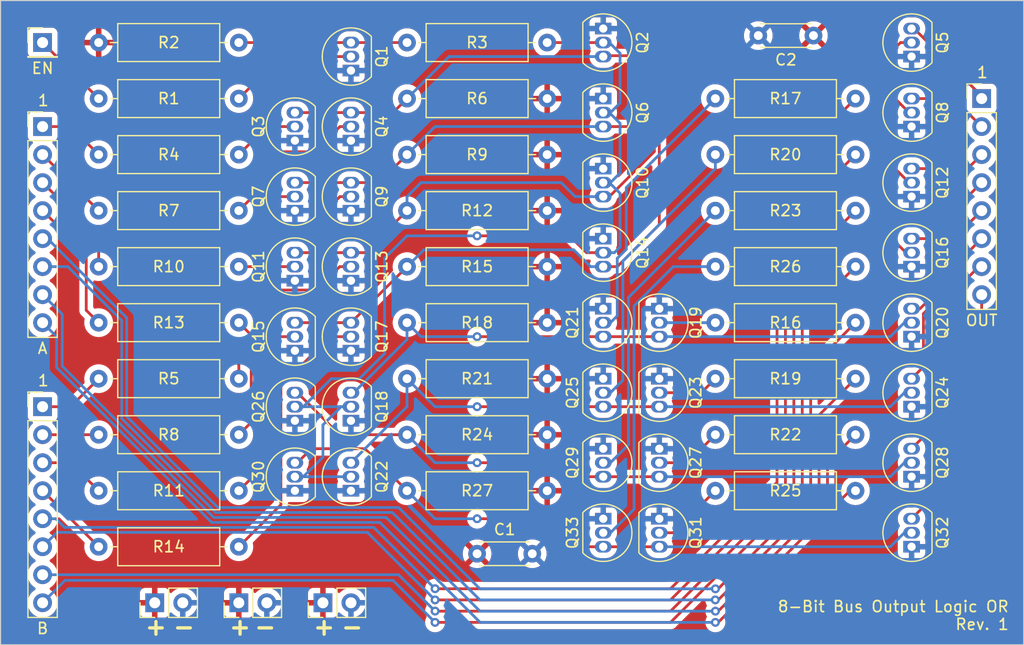
<source format=kicad_pcb>
(kicad_pcb (version 20221018) (generator pcbnew)
  (layers (0 "F.Cu" signal) (31 "B.Cu" signal) (34 "B.Paste" user) (35 "F.Paste" user) (36 "B.SilkS" user "B.Silkscreen") (37 "F.SilkS" user "F.Silkscreen") (38 "B.Mask" user) (39 "F.Mask" user) (44 "Edge.Cuts" user))
  (net 0 "")
  (net 1 "VCC")
  (net 2 "GND")
  (net 3 "Net-(J1-Pin_1)")
  (net 4 "/A1")
  (net 5 "/A2")
  (net 6 "/A3")
  (net 7 "/A4")
  (net 8 "/A5")
  (net 9 "/A6")
  (net 10 "/A7")
  (net 11 "/A8")
  (net 12 "/B1")
  (net 13 "/B2")
  (net 14 "/B3")
  (net 15 "/B4")
  (net 16 "/B5")
  (net 17 "/B6")
  (net 18 "/B7")
  (net 19 "/B8")
  (net 20 "/O1")
  (net 21 "/O2")
  (net 22 "/O3")
  (net 23 "/O4")
  (net 24 "/O5")
  (net 25 "/O6")
  (net 26 "/O7")
  (net 27 "/O8")
  (net 28 "Net-(Q1-B)")
  (net 29 "Net-(Q1-C)")
  (net 30 "/EN_INT")
  (net 31 "Net-(Q2-C)")
  (net 32 "Net-(Q3-B)")
  (net 33 "Net-(Q4-B)")
  (net 34 "Net-(Q6-C)")
  (net 35 "Net-(Q7-B)")
  (net 36 "Net-(Q9-B)")
  (net 37 "Net-(Q10-C)")
  (net 38 "Net-(Q11-B)")
  (net 39 "Net-(Q13-B)")
  (net 40 "Net-(Q14-C)")
  (net 41 "Net-(Q15-B)")
  (net 42 "Net-(Q17-B)")
  (net 43 "Net-(Q18-C)")
  (net 44 "Net-(Q19-B)")
  (net 45 "Net-(Q21-B)")
  (net 46 "Net-(Q22-C)")
  (net 47 "Net-(Q23-B)")
  (net 48 "Net-(Q25-B)")
  (net 49 "Net-(Q26-C)")
  (net 50 "Net-(Q27-B)")
  (net 51 "Net-(Q29-B)")
  (net 52 "Net-(Q30-C)")
  (net 53 "Net-(Q31-B)")
  (net 54 "Net-(Q33-B)")
  (footprint "Package_TO_SOT_THT:TO-92_Inline" (layer "F.Cu") (at 139.7 87.63 90)
    (fp_text reference "Q17")
    (fp_text value "2N2222" hide)
  )
  (footprint "Resistor_THT:R_Axial_DIN0309_L9.0mm_D3.2mm_P12.70mm_Horizontal" (layer "F.Cu") (at 144.78 80.01)
    (fp_text reference "R15")
    (fp_text value "1K")
  )
  (footprint "Resistor_THT:R_Axial_DIN0309_L9.0mm_D3.2mm_P12.70mm_Horizontal" (layer "F.Cu") (at 144.78 100.33)
    (fp_text reference "R27")
    (fp_text value "1K")
  )
  (footprint "Package_TO_SOT_THT:TO-92_Inline" (layer "F.Cu") (at 162.56 102.87 -90)
    (fp_text reference "Q33")
    (fp_text value "2N2222" hide)
  )
  (footprint "Resistor_THT:R_Axial_DIN0309_L9.0mm_D3.2mm_P12.70mm_Horizontal" (layer "F.Cu") (at 144.78 95.25)
    (fp_text reference "R24")
    (fp_text value "1K")
  )
  (footprint "Package_TO_SOT_THT:TO-92_Inline" (layer "F.Cu") (at 162.56 90.17 -90)
    (fp_text reference "Q25")
    (fp_text value "2N2222" hide)
  )
  (footprint "Package_TO_SOT_THT:TO-92_Inline" (layer "F.Cu") (at 139.7 74.93 90)
    (fp_text reference "Q9")
    (fp_text value "2N2222" hide)
  )
  (footprint "Package_TO_SOT_THT:TO-92_Inline" (layer "F.Cu") (at 134.62 81.28 90)
    (fp_text reference "Q11")
    (fp_text value "2N2222" hide)
  )
  (footprint "Package_TO_SOT_THT:TO-92_Inline" (layer "F.Cu") (at 190.5 67.31 90)
    (fp_text reference "Q8")
    (fp_text value "2N2222" hide)
  )
  (footprint "Resistor_THT:R_Axial_DIN0309_L9.0mm_D3.2mm_P12.70mm_Horizontal" (layer "F.Cu") (at 172.72 85.09)
    (fp_text reference "R16")
    (fp_text value "10K")
  )
  (footprint "Package_TO_SOT_THT:TO-92_Inline" (layer "F.Cu") (at 139.7 81.28 90)
    (fp_text reference "Q13")
    (fp_text value "2N2222" hide)
  )
  (footprint "Package_TO_SOT_THT:TO-92_Inline" (layer "F.Cu") (at 190.5 60.96 90)
    (fp_text reference "Q5")
    (fp_text value "2N2222" hide)
  )
  (footprint "Package_TO_SOT_THT:TO-92_Inline" (layer "F.Cu") (at 134.62 87.63 90)
    (fp_text reference "Q15")
    (fp_text value "2N2222" hide)
  )
  (footprint "Resistor_THT:R_Axial_DIN0309_L9.0mm_D3.2mm_P12.70mm_Horizontal" (layer "F.Cu") (at 144.78 69.85)
    (fp_text reference "R9")
    (fp_text value "1K")
  )
  (footprint "Resistor_THT:R_Axial_DIN0309_L9.0mm_D3.2mm_P12.70mm_Horizontal" (layer "F.Cu") (at 144.78 85.09)
    (fp_text reference "R18")
    (fp_text value "1K")
  )
  (footprint "Connector_PinHeader_2.54mm:PinHeader_1x01_P2.54mm_Vertical" (layer "F.Cu") (at 111.76 59.69)
    (fp_text reference "J1" hide)
    (fp_text value "EN")
  )
  (footprint "Connector_PinHeader_2.54mm:PinHeader_1x08_P2.54mm_Vertical" (layer "F.Cu") (at 111.76 92.71)
    (fp_text reference "J3" hide)
    (fp_text value "B")
  )
  (footprint "Package_TO_SOT_THT:TO-92_Inline" (layer "F.Cu") (at 190.5 92.71 90)
    (fp_text reference "Q24")
    (fp_text value "2N2222" hide)
  )
  (footprint "Resistor_THT:R_Axial_DIN0309_L9.0mm_D3.2mm_P12.70mm_Horizontal" (layer "F.Cu") (at 129.54 95.25 180)
    (fp_text reference "R8")
    (fp_text value "10K")
  )
  (footprint "Connector_PinHeader_2.54mm:PinHeader_1x08_P2.54mm_Vertical" (layer "F.Cu") (at 111.76 67.31)
    (fp_text reference "J2" hide)
    (fp_text value "A")
  )
  (footprint "Package_TO_SOT_THT:TO-92_Inline" (layer "F.Cu") (at 134.62 100.33 90)
    (fp_text reference "Q30")
    (fp_text value "2N2222" hide)
  )
  (footprint "Resistor_THT:R_Axial_DIN0309_L9.0mm_D3.2mm_P12.70mm_Horizontal" (layer "F.Cu") (at 129.54 64.77 180)
    (fp_text reference "R1")
    (fp_text value "10K")
  )
  (footprint "Package_TO_SOT_THT:TO-92_Inline" (layer "F.Cu") (at 190.5 99.06 90)
    (fp_text reference "Q28")
    (fp_text value "2N2222" hide)
  )
  (footprint "Resistor_THT:R_Axial_DIN0309_L9.0mm_D3.2mm_P12.70mm_Horizontal" (layer "F.Cu") (at 144.78 74.93)
    (fp_text reference "R12")
    (fp_text value "1K")
  )
  (footprint "Capacitor_THT:C_Disc_D4.3mm_W1.9mm_P5.00mm" (layer "F.Cu") (at 151.13 106.045)
    (fp_text reference "C1")
    (fp_text value "0.1uF")
  )
  (footprint "Resistor_THT:R_Axial_DIN0309_L9.0mm_D3.2mm_P12.70mm_Horizontal" (layer "F.Cu") (at 129.54 69.85 180)
    (fp_text reference "R4")
    (fp_text value "10K")
  )
  (footprint "Capacitor_THT:C_Disc_D4.3mm_W1.9mm_P5.00mm" (layer "F.Cu") (at 181.61 59.055 180)
    (fp_text reference "C2")
    (fp_text value "0.1uF")
  )
  (footprint "Resistor_THT:R_Axial_DIN0309_L9.0mm_D3.2mm_P12.70mm_Horizontal" (layer "F.Cu") (at 172.72 95.25)
    (fp_text reference "R22")
    (fp_text value "10K")
  )
  (footprint "Package_TO_SOT_THT:TO-92_Inline" (layer "F.Cu") (at 162.56 77.47 -90)
    (fp_text reference "Q14")
    (fp_text value "2N2222" hide)
  )
  (footprint "Package_TO_SOT_THT:TO-92_Inline" (layer "F.Cu") (at 162.56 71.12 -90)
    (fp_text reference "Q10")
    (fp_text value "2N2222" hide)
  )
  (footprint "Resistor_THT:R_Axial_DIN0309_L9.0mm_D3.2mm_P12.70mm_Horizontal" (layer "F.Cu") (at 129.54 59.69 180)
    (fp_text reference "R2")
    (fp_text value "1K")
  )
  (footprint "Package_TO_SOT_THT:TO-92_Inline" (layer "F.Cu") (at 167.64 102.87 -90)
    (fp_text reference "Q31")
    (fp_text value "2N2222" hide)
  )
  (footprint "Resistor_THT:R_Axial_DIN0309_L9.0mm_D3.2mm_P12.70mm_Horizontal" (layer "F.Cu") (at 172.72 74.93)
    (fp_text reference "R23")
    (fp_text value "10K")
  )
  (footprint "Package_TO_SOT_THT:TO-92_Inline" (layer "F.Cu") (at 190.5 80.01 90)
    (fp_text reference "Q16")
    (fp_text value "2N2222" hide)
  )
  (footprint "Package_TO_SOT_THT:TO-92_Inline" (layer "F.Cu") (at 139.7 93.98 90)
    (fp_text reference "Q18")
    (fp_text value "2N2222" hide)
  )
  (footprint "Package_TO_SOT_THT:TO-92_Inline" (layer "F.Cu") (at 162.56 58.42 -90)
    (fp_text reference "Q2")
    (fp_text value "2N2222" hide)
  )
  (footprint "Resistor_THT:R_Axial_DIN0309_L9.0mm_D3.2mm_P12.70mm_Horizontal" (layer "F.Cu") (at 129.54 105.41 180)
    (fp_text reference "R14")
    (fp_text value "10K")
  )
  (footprint "Resistor_THT:R_Axial_DIN0309_L9.0mm_D3.2mm_P12.70mm_Horizontal" (layer "F.Cu") (at 172.72 100.33)
    (fp_text reference "R25")
    (fp_text value "10K")
  )
  (footprint "Resistor_THT:R_Axial_DIN0309_L9.0mm_D3.2mm_P12.70mm_Horizontal" (layer "F.Cu") (at 129.54 100.33 180)
    (fp_text reference "R11")
    (fp_text value "10K")
  )
  (footprint "Resistor_THT:R_Axial_DIN0309_L9.0mm_D3.2mm_P12.70mm_Horizontal" (layer "F.Cu") (at 157.48 59.69 180)
    (fp_text reference "R3")
    (fp_text value "100")
  )
  (footprint "Package_TO_SOT_THT:TO-92_Inline" (layer "F.Cu") (at 162.56 96.52 -90)
    (fp_text reference "Q29")
    (fp_text value "2N2222" hide)
  )
  (footprint "Package_TO_SOT_THT:TO-92_Inline" (layer "F.Cu") (at 190.5 73.66 90)
    (fp_text reference "Q12")
    (fp_text value "2N2222" hide)
  )
  (footprint "Package_TO_SOT_THT:TO-92_Inline" (layer "F.Cu") (at 139.7 62.23 90)
    (fp_text reference "Q1")
    (fp_text value "2N2222" hide)
  )
  (footprint "Package_TO_SOT_THT:TO-92_Inline" (layer "F.Cu") (at 162.56 64.77 -90)
    (fp_text reference "Q6")
    (fp_text value "2N2222" hide)
  )
  (footprint "Package_TO_SOT_THT:TO-92_Inline" (layer "F.Cu") (at 167.64 83.82 -90)
    (fp_text reference "Q19")
    (fp_text value "2N2222" hide)
  )
  (footprint "Package_TO_SOT_THT:TO-92_Inline" (layer "F.Cu") (at 139.7 100.33 90)
    (fp_text reference "Q22")
    (fp_text value "2N2222" hide)
  )
  (footprint "Package_TO_SOT_THT:TO-92_Inline" (layer "F.Cu") (at 134.62 74.93 90)
    (fp_text reference "Q7")
    (fp_text value "2N2222" hide)
  )
  (footprint "Package_TO_SOT_THT:TO-92_Inline" (layer "F.Cu") (at 190.5 105.41 90)
    (fp_text reference "Q32")
    (fp_text value "2N2222" hide)
  )
  (footprint "Resistor_THT:R_Axial_DIN0309_L9.0mm_D3.2mm_P12.70mm_Horizontal" (layer "F.Cu") (at 129.54 90.17 180)
    (fp_text reference "R5")
    (fp_text value "10K")
  )
  (footprint "Package_TO_SOT_THT:TO-92_Inline" (layer "F.Cu") (at 139.7 68.58 90)
    (fp_text reference "Q4")
    (fp_text value "2N2222" hide)
  )
  (footprint "Package_TO_SOT_THT:TO-92_Inline" (layer "F.Cu") (at 162.56 83.82 -90)
    (fp_text reference "Q21")
    (fp_text value "2N2222" hide)
  )
  (footprint "Connector_PinHeader_2.54mm:PinHeader_1x02_P2.54mm_Vertical" (layer "F.Cu") (at 137.16 110.49 90)
    (fp_text reference "J7" hide)
    (fp_text value "POWER" hide)
  )
  (footprint "Package_TO_SOT_THT:TO-92_Inline" (layer "F.Cu") (at 167.64 90.17 -90)
    (fp_text reference "Q23")
    (fp_text value "2N2222" hide)
  )
  (footprint "Package_TO_SOT_THT:TO-92_Inline" (layer "F.Cu") (at 190.5 86.36 90)
    (fp_text reference "Q20")
    (fp_text value "2N2222" hide)
  )
  (footprint "Connector_PinHeader_2.54mm:PinHeader_1x02_P2.54mm_Vertical" (layer "F.Cu") (at 121.92 110.49 90)
    (fp_text reference "J5" hide)
    (fp_text value "POWER" hide)
  )
  (footprint "Connector_PinHeader_2.54mm:PinHeader_1x08_P2.54mm_Vertical" (layer "F.Cu") (at 196.85 64.77)
    (fp_text reference "J4" hide)
    (fp_text value "OUT")
  )
  (footprint "Resistor_THT:R_Axial_DIN0309_L9.0mm_D3.2mm_P12.70mm_Horizontal" (layer "F.Cu") (at 129.54 85.09 180)
    (fp_text reference "R13")
    (fp_text value "10K")
  )
  (footprint "Resistor_THT:R_Axial_DIN0309_L9.0mm_D3.2mm_P12.70mm_Horizontal" (layer "F.Cu") (at 172.72 69.85)
    (fp_text reference "R20")
    (fp_text value "10K")
  )
  (footprint "Resistor_THT:R_Axial_DIN0309_L9.0mm_D3.2mm_P12.70mm_Horizontal" (layer "F.Cu") (at 144.78 90.17)
    (fp_text reference "R21")
    (fp_text value "1K")
  )
  (footprint "Resistor_THT:R_Axial_DIN0309_L9.0mm_D3.2mm_P12.70mm_Horizontal" (layer "F.Cu") (at 172.72 80.01)
    (fp_text reference "R26")
    (fp_text value "10K")
  )
  (footprint "Package_TO_SOT_THT:TO-92_Inline" (layer "F.Cu") (at 167.64 96.52 -90)
    (fp_text reference "Q27")
    (fp_text value "2N2222" hide)
  )
  (footprint "Resistor_THT:R_Axial_DIN0309_L9.0mm_D3.2mm_P12.70mm_Horizontal" (layer "F.Cu") (at 129.54 74.93 180)
    (fp_text reference "R7")
    (fp_text value "10K")
  )
  (footprint "Package_TO_SOT_THT:TO-92_Inline" (layer "F.Cu") (at 134.62 68.58 90)
    (fp_text reference "Q3")
    (fp_text value "2N2222" hide)
  )
  (footprint "Resistor_THT:R_Axial_DIN0309_L9.0mm_D3.2mm_P12.70mm_Horizontal" (layer "F.Cu") (at 172.72 64.77)
    (fp_text reference "R17")
    (fp_text value "10K")
  )
  (footprint "Resistor_THT:R_Axial_DIN0309_L9.0mm_D3.2mm_P12.70mm_Horizontal" (layer "F.Cu") (at 129.54 80.01 180)
    (fp_text reference "R10")
    (fp_text value "10K")
  )
  (footprint "Resistor_THT:R_Axial_DIN0309_L9.0mm_D3.2mm_P12.70mm_Horizontal" (layer "F.Cu") (at 144.78 64.77)
    (fp_text reference "R6")
    (fp_text value "1K")
  )
  (footprint "Package_TO_SOT_THT:TO-92_Inline" (layer "F.Cu") (at 134.62 93.98 90)
    (fp_text reference "Q26")
    (fp_text value "2N2222" hide)
  )
  (footprint "Connector_PinHeader_2.54mm:PinHeader_1x02_P2.54mm_Vertical" (layer "F.Cu") (at 129.54 110.49 90)
    (fp_text reference "J6" hide)
    (fp_text value "POWER" hide)
  )
  (footprint "Resistor_THT:R_Axial_DIN0309_L9.0mm_D3.2mm_P12.70mm_Horizontal" (layer "F.Cu") (at 172.72 90.17)
    (fp_text reference "R19")
    (fp_text value "10K")
  )
  (gr_line (start 107.95 55.88) (end 200.66 55.88) (stroke (width 0.1)) (layer "Edge.Cuts"))
  (gr_line (start 200.66 114.3) (end 200.66 55.88) (stroke (width 0.1)) (layer "Edge.Cuts"))
  (gr_line (start 107.95 114.3) (end 200.66 114.3) (stroke (width 0.1)) (layer "Edge.Cuts"))
  (gr_line (start 107.95 55.88) (end 107.95 114.3) (stroke (width 0.1)) (layer "Edge.Cuts"))
  (gr_text "1" (at 196.342 62.992) (layer "F.SilkS") (effects (font (size 1 1)) (justify left bottom)))
  (gr_text "1" (at 111.252 90.932) (layer "F.SilkS") (effects (font (size 1 1)) (justify left bottom)))
  (gr_text "+" (at 128.524 113.538) (layer "F.SilkS") (effects (font (size 1.5 1.5) (thickness 0.3) bold) (justify left bottom)))
  (gr_text "+" (at 136.144 113.538) (layer "F.SilkS") (effects (font (size 1.5 1.5) (thickness 0.3) bold) (justify left bottom)))
  (gr_text "+" (at 120.904 113.538) (layer "F.SilkS") (effects (font (size 1.5 1.5) (thickness 0.3) bold) (justify left bottom)))
  (gr_text "1" (at 111.252 65.532) (layer "F.SilkS") (effects (font (size 1 1)) (justify left bottom)))
  (gr_text "-" (at 130.81 113.538) (layer "F.SilkS") (effects (font (size 1.5 1.5) (thickness 0.3) bold) (justify left bottom)))
  (gr_text "-" (at 123.444 113.538) (layer "F.SilkS") (effects (font (size 1.5 1.5) (thickness 0.3) bold) (justify left bottom)))
  (gr_text "-" (at 138.684 113.538) (layer "F.SilkS") (effects (font (size 1.5 1.5) (thickness 0.3) bold) (justify left bottom)))
  (gr_text "8-Bit Bus Output Logic OR\nRev. 1" (at 199.39 113.03) (layer "F.SilkS") (effects (font (size 1 1)) (justify right bottom)))
  (segment (start 111.76 59.69) (end 116.84 64.77) (width 0.25) (layer "F.Cu") (net 3))
  (segment (start 114.3 67.31) (end 116.84 69.85) (width 0.25) (layer "F.Cu") (net 4))
  (segment (start 111.76 67.31) (end 114.3 67.31) (width 0.25) (layer "F.Cu") (net 4))
  (segment (start 111.76 69.85) (end 116.84 74.93) (width 0.25) (layer "F.Cu") (net 5))
  (segment (start 116.84 77.47) (end 116.84 80.01) (width 0.25) (layer "F.Cu") (net 6))
  (segment (start 111.76 72.39) (end 116.84 77.47) (width 0.25) (layer "F.Cu") (net 6))
  (segment (start 115.715 83.965) (end 116.84 85.09) (width 0.25) (layer "F.Cu") (net 7))
  (segment (start 111.76 74.93) (end 115.715 78.885) (width 0.25) (layer "F.Cu") (net 7))
  (segment (start 115.715 78.885) (end 115.715 83.965) (width 0.25) (layer "F.Cu") (net 7))
  (segment (start 185.42 85.09) (end 181.356 89.154) (width 0.25) (layer "F.Cu") (net 8))
  (segment (start 172.969348 109.224652) (end 172.724654 109.224652) (width 0.25) (layer "F.Cu") (net 8))
  (segment (start 181.356 89.154) (end 181.356 100.838) (width 0.25) (layer "F.Cu") (net 8))
  (segment (start 181.356 100.838) (end 172.969348 109.224652) (width 0.25) (layer "F.Cu") (net 8))
  (via (at 172.724654 109.224652) (size 0.8) (drill 0.4) (layers "F.Cu" "B.Cu") (net 8))
  (segment (start 144.018 101.854) (end 151.388652 109.224652) (width 0.25) (layer "B.Cu") (net 8))
  (segment (start 127.639188 101.854) (end 144.018 101.854) (width 0.25) (layer "B.Cu") (net 8))
  (segment (start 112.205198 77.47) (end 119.38 84.644802) (width 0.25) (layer "B.Cu") (net 8))
  (segment (start 119.38 93.594812) (end 127.639188 101.854) (width 0.25) (layer "B.Cu") (net 8))
  (segment (start 111.76 77.47) (end 112.205198 77.47) (width 0.25) (layer "B.Cu") (net 8))
  (segment (start 151.388652 109.224652) (end 172.724654 109.224652) (width 0.25) (layer "B.Cu") (net 8))
  (segment (start 119.38 84.644802) (end 119.38 93.594812) (width 0.25) (layer "B.Cu") (net 8))
  (segment (start 182.118 101.092) (end 172.978652 110.231348) (width 0.25) (layer "F.Cu") (net 9))
  (segment (start 172.978652 110.231348) (end 172.715346 110.231348) (width 0.25) (layer "F.Cu") (net 9))
  (segment (start 185.42 90.17) (end 182.118 93.472) (width 0.25) (layer "F.Cu") (net 9))
  (segment (start 182.118 93.472) (end 182.118 101.092) (width 0.25) (layer "F.Cu") (net 9))
  (via (at 172.715346 110.231348) (size 0.8) (drill 0.4) (layers "F.Cu" "B.Cu") (net 9))
  (segment (start 114.046 80.01) (end 118.93 84.894) (width 0.25) (layer "B.Cu") (net 9))
  (segment (start 118.93 84.894) (end 118.93 93.781208) (width 0.25) (layer "B.Cu") (net 9))
  (segment (start 118.93 93.781208) (end 127.452792 102.304) (width 0.25) (layer "B.Cu") (net 9))
  (segment (start 127.452792 102.304) (end 143.452 102.304) (width 0.25) (layer "B.Cu") (net 9))
  (segment (start 151.379348 110.231348) (end 172.715346 110.231348) (width 0.25) (layer "B.Cu") (net 9))
  (segment (start 111.76 80.01) (end 114.046 80.01) (width 0.25) (layer "B.Cu") (net 9))
  (segment (start 143.452 102.304) (end 151.379348 110.231348) (width 0.25) (layer "B.Cu") (net 9))
  (segment (start 182.88 101.346) (end 172.974 111.252) (width 0.25) (layer "F.Cu") (net 10))
  (segment (start 185.42 95.25) (end 182.88 97.79) (width 0.25) (layer "F.Cu") (net 10))
  (segment (start 172.974 111.252) (end 172.724659 111.252) (width 0.25) (layer "F.Cu") (net 10))
  (segment (start 182.88 97.79) (end 182.88 101.346) (width 0.25) (layer "F.Cu") (net 10))
  (via (at 172.724659 111.252) (size 0.8) (drill 0.4) (layers "F.Cu" "B.Cu") (net 10))
  (segment (start 151.384 111.252) (end 172.724659 111.252) (width 0.25) (layer "B.Cu") (net 10))
  (segment (start 111.76 82.55) (end 113.538 84.328) (width 0.25) (layer "B.Cu") (net 10))
  (segment (start 127.266396 102.754) (end 142.886 102.754) (width 0.25) (layer "B.Cu") (net 10))
  (segment (start 113.538 89.025604) (end 127.266396 102.754) (width 0.25) (layer "B.Cu") (net 10))
  (segment (start 142.886 102.754) (end 151.384 111.252) (width 0.25) (layer "B.Cu") (net 10))
  (segment (start 113.538 84.328) (end 113.538 89.025604) (width 0.25) (layer "B.Cu") (net 10))
  (segment (start 185.42 100.33) (end 184.912 100.33) (width 0.25) (layer "F.Cu") (net 11))
  (segment (start 172.974 112.268) (end 172.72 112.268) (width 0.25) (layer "F.Cu") (net 11))
  (segment (start 184.912 100.33) (end 172.974 112.268) (width 0.25) (layer "F.Cu") (net 11))
  (via (at 172.72 112.268) (size 0.8) (drill 0.4) (layers "F.Cu" "B.Cu") (net 11))
  (segment (start 142.328821 103.204) (end 147.615168 108.490347) (width 0.25) (layer "B.Cu") (net 11))
  (segment (start 127.08 103.204) (end 142.328821 103.204) (width 0.25) (layer "B.Cu") (net 11))
  (segment (start 147.624958 108.490347) (end 151.402611 112.268) (width 0.25) (layer "B.Cu") (net 11))
  (segment (start 151.402611 112.268) (end 172.72 112.268) (width 0.25) (layer "B.Cu") (net 11))
  (segment (start 113.03 86.36) (end 113.03 89.154) (width 0.25) (layer "B.Cu") (net 11))
  (segment (start 113.03 89.154) (end 127.08 103.204) (width 0.25) (layer "B.Cu") (net 11))
  (segment (start 111.76 85.09) (end 113.03 86.36) (width 0.25) (layer "B.Cu") (net 11))
  (segment (start 147.615168 108.490347) (end 147.624958 108.490347) (width 0.25) (layer "B.Cu") (net 11))
  (segment (start 114.3 92.71) (end 116.84 90.17) (width 0.25) (layer "F.Cu") (net 12))
  (segment (start 111.76 92.71) (end 114.3 92.71) (width 0.25) (layer "F.Cu") (net 12))
  (segment (start 111.76 95.25) (end 116.84 95.25) (width 0.25) (layer "F.Cu") (net 13))
  (segment (start 114.3 97.79) (end 116.84 100.33) (width 0.25) (layer "F.Cu") (net 14))
  (segment (start 111.76 97.79) (end 114.3 97.79) (width 0.25) (layer "F.Cu") (net 14))
  (segment (start 111.76 100.33) (end 116.84 105.41) (width 0.25) (layer "F.Cu") (net 15))
  (segment (start 178.308 71.882) (end 178.308 99.568) (width 0.25) (layer "F.Cu") (net 16))
  (segment (start 185.42 64.77) (end 178.308 71.882) (width 0.25) (layer "F.Cu") (net 16))
  (segment (start 147.329306 109.22) (end 147.324653 109.215347) (width 0.25) (layer "F.Cu") (net 16))
  (segment (start 168.656 109.22) (end 147.329306 109.22) (width 0.25) (layer "F.Cu") (net 16))
  (segment (start 178.308 99.568) (end 168.656 109.22) (width 0.25) (layer "F.Cu") (net 16))
  (via (at 147.324653 109.215347) (size 0.8) (drill 0.4) (layers "F.Cu" "B.Cu") (net 16))
  (segment (start 147.315347 109.215347) (end 147.324653 109.215347) (width 0.25) (layer "B.Cu") (net 16))
  (segment (start 113.746081 103.654) (end 141.754 103.654) (width 0.25) (layer "B.Cu") (net 16))
  (segment (start 141.754 103.654) (end 147.315347 109.215347) (width 0.25) (layer "B.Cu") (net 16))
  (segment (start 111.76 102.87) (end 112.962081 102.87) (width 0.25) (layer "B.Cu") (net 16))
  (segment (start 112.962081 102.87) (end 113.746081 103.654) (width 0.25) (layer "B.Cu") (net 16))
  (segment (start 185.42 69.85) (end 179.07 76.2) (width 0.25) (layer "F.Cu") (net 17))
  (segment (start 179.07 76.2) (end 179.07 99.822) (width 0.25) (layer "F.Cu") (net 17))
  (segment (start 179.07 99.822) (end 168.660653 110.231347) (width 0.25) (layer "F.Cu") (net 17))
  (segment (start 168.660653 110.231347) (end 147.324653 110.231347) (width 0.25) (layer "F.Cu") (net 17))
  (via (at 147.324653 110.231347) (size 0.8) (drill 0.4) (layers "F.Cu" "B.Cu") (net 17))
  (segment (start 141.188 104.104) (end 147.315347 110.231347) (width 0.25) (layer "B.Cu") (net 17))
  (segment (start 113.066 104.104) (end 141.188 104.104) (width 0.25) (layer "B.Cu") (net 17))
  (segment (start 147.315347 110.231347) (end 147.324653 110.231347) (width 0.25) (layer "B.Cu") (net 17))
  (segment (start 111.76 105.41) (end 113.066 104.104) (width 0.25) (layer "B.Cu") (net 17))
  (segment (start 179.832 80.518) (end 179.832 100.076) (width 0.25) (layer "F.Cu") (net 18))
  (segment (start 168.656 111.252) (end 147.329306 111.252) (width 0.25) (layer "F.Cu") (net 18))
  (segment (start 185.42 74.93) (end 179.832 80.518) (width 0.25) (layer "F.Cu") (net 18))
  (segment (start 147.329306 111.252) (end 147.324653 111.247347) (width 0.25) (layer "F.Cu") (net 18))
  (segment (start 179.832 100.076) (end 168.656 111.252) (width 0.25) (layer "F.Cu") (net 18))
  (via (at 147.324653 111.247347) (size 0.8) (drill 0.4) (layers "F.Cu" "B.Cu") (net 18))
  (segment (start 144.018 107.95) (end 147.315347 111.247347) (width 0.25) (layer "B.Cu") (net 18))
  (segment (start 111.76 107.95) (end 144.018 107.95) (width 0.25) (layer "B.Cu") (net 18))
  (segment (start 147.315347 111.247347) (end 147.324653 111.247347) (width 0.25) (layer "B.Cu") (net 18))
  (segment (start 185.42 80.01) (end 180.594 84.836) (width 0.25) (layer "F.Cu") (net 19))
  (segment (start 168.656 112.268) (end 147.32 112.268) (width 0.25) (layer "F.Cu") (net 19))
  (segment (start 180.594 84.836) (end 180.594 100.33) (width 0.25) (layer "F.Cu") (net 19))
  (segment (start 180.594 100.33) (end 168.656 112.268) (width 0.25) (layer "F.Cu") (net 19))
  (via (at 147.32 112.268) (size 0.8) (drill 0.4) (layers "F.Cu" "B.Cu") (net 19))
  (segment (start 143.51 108.458) (end 147.32 112.268) (width 0.25) (layer "B.Cu") (net 19))
  (segment (start 113.792 108.458) (end 143.51 108.458) (width 0.25) (layer "B.Cu") (net 19))
  (segment (start 111.76 110.49) (end 113.792 108.458) (width 0.25) (layer "B.Cu") (net 19))
  (segment (start 196.85 64.545) (end 196.85 64.77) (width 0.25) (layer "F.Cu") (net 20))
  (segment (start 190.725 58.42) (end 196.85 64.545) (width 0.25) (layer "F.Cu") (net 20))
  (segment (start 190.5 58.42) (end 190.725 58.42) (width 0.25) (layer "F.Cu") (net 20))
  (segment (start 194.31 64.77) (end 196.85 67.31) (width 0.25) (layer "F.Cu") (net 21))
  (segment (start 190.5 64.77) (end 194.31 64.77) (width 0.25) (layer "F.Cu") (net 21))
  (segment (start 195.58 71.12) (end 196.85 69.85) (width 0.25) (layer "F.Cu") (net 22))
  (segment (start 190.5 71.12) (end 195.58 71.12) (width 0.25) (layer "F.Cu") (net 22))
  (segment (start 191.77 77.47) (end 196.85 72.39) (width 0.25) (layer "F.Cu") (net 23))
  (segment (start 190.5 77.47) (end 191.77 77.47) (width 0.25) (layer "F.Cu") (net 23))
  (segment (start 194.564 77.216) (end 196.85 74.93) (width 0.25) (layer "F.Cu") (net 24))
  (segment (start 194.564 80.518) (end 194.564 77.216) (width 0.25) (layer "F.Cu") (net 24))
  (segment (start 191.262 83.82) (end 194.564 80.518) (width 0.25) (layer "F.Cu") (net 24))
  (segment (start 190.5 83.82) (end 191.262 83.82) (width 0.25) (layer "F.Cu") (net 24))
  (segment (start 190.5 90.17) (end 191.575 89.095) (width 0.25) (layer "F.Cu") (net 25))
  (segment (start 191.575 89.095) (end 191.575 84.269) (width 0.25) (layer "F.Cu") (net 25))
  (segment (start 195.072 80.772) (end 195.072 79.248) (width 0.25) (layer "F.Cu") (net 25))
  (segment (start 191.575 84.269) (end 195.072 80.772) (width 0.25) (layer "F.Cu") (net 25))
  (segment (start 195.072 79.248) (end 196.85 77.47) (width 0.25) (layer "F.Cu") (net 25))
  (segment (start 190.5 96.52) (end 192.025 94.995) (width 0.25) (layer "F.Cu") (net 26))
  (segment (start 196.596 80.01) (end 196.85 80.01) (width 0.25) (layer "F.Cu") (net 26))
  (segment (start 192.025 94.995) (end 192.025 84.581) (width 0.25) (layer "F.Cu") (net 26))
  (segment (start 192.025 84.581) (end 196.596 80.01) (width 0.25) (layer "F.Cu") (net 26))
  (segment (start 190.5 102.87) (end 196.85 96.52) (width 0.25) (layer "F.Cu") (net 27))
  (segment (start 196.85 96.52) (end 196.85 82.55) (width 0.25) (layer "F.Cu") (net 27))
  (segment (start 129.54 64.77) (end 133.35 60.96) (width 0.25) (layer "F.Cu") (net 28))
  (segment (start 133.35 60.96) (end 139.7 60.96) (width 0.25) (layer "F.Cu") (net 28))
  (segment (start 129.54 59.69) (end 139.7 59.69) (width 0.25) (layer "F.Cu") (net 29))
  (segment (start 139.7 59.69) (end 144.78 59.69) (width 0.25) (layer "F.Cu") (net 29))
  (segment (start 139.7 92.71) (end 139.925 92.71) (width 0.25) (layer "F.Cu") (net 30))
  (segment (start 157.48 59.69) (end 162.56 59.69) (width 0.25) (layer "F.Cu") (net 30))
  (segment (start 159.512 77.216) (end 161.036 78.74) (width 0.25) (layer "F.Cu") (net 30))
  (segment (start 151.13 77.216) (end 159.512 77.216) (width 0.25) (layer "F.Cu") (net 30))
  (segment (start 161.036 78.74) (end 162.56 78.74) (width 0.25) (layer "F.Cu") (net 30))
  (via (at 151.13 77.216) (size 0.8) (drill 0.4) (layers "F.Cu" "B.Cu") (net 30))
  (segment (start 134.62 99.06) (end 139.7 99.06) (width 0.25) (layer "B.Cu") (net 30))
  (segment (start 164.084 73.364) (end 164.084 78.232) (width 0.25) (layer "B.Cu") (net 30))
  (segment (start 135.382 99.06) (end 137.16 97.282) (width 0.25) (layer "B.Cu") (net 30))
  (segment (start 142.748 87.884) (end 142.748 79.248) (width 0.25) (layer "B.Cu") (net 30))
  (segment (start 135.382 92.71) (end 137.922 90.17) (width 0.25) (layer "B.Cu") (net 30))
  (segment (start 164.084 60.664) (end 164.084 65.171) (width 0.25) (layer "B.Cu") (net 30))
  (segment (start 140.462 90.17) (end 142.748 87.884) (width 0.25) (layer "B.Cu") (net 30))
  (segment (start 163.11 72.39) (end 164.084 73.364) (width 0.25) (layer "B.Cu") (net 30))
  (segment (start 144.78 77.216) (end 151.13 77.216) (width 0.25) (layer "B.Cu") (net 30))
  (segment (start 163.215 66.04) (end 162.56 66.04) (width 0.25) (layer "B.Cu") (net 30))
  (segment (start 163.11 59.69) (end 164.084 60.664) (width 0.25) (layer "B.Cu") (net 30))
  (segment (start 134.62 92.71) (end 139.7 92.71) (width 0.25) (layer "B.Cu") (net 30))
  (segment (start 164.084 71.521) (end 163.215 72.39) (width 0.25) (layer "B.Cu") (net 30))
  (segment (start 139.7 92.71) (end 139.954012 92.71) (width 0.25) (layer "B.Cu") (net 30))
  (segment (start 162.56 72.39) (end 163.11 72.39) (width 0.25) (layer "B.Cu") (net 30))
  (segment (start 164.084 65.171) (end 163.215 66.04) (width 0.25) (layer "B.Cu") (net 30))
  (segment (start 163.576 78.74) (end 162.56 78.74) (width 0.25) (layer "B.Cu") (net 30))
  (segment (start 162.56 66.04) (end 163.11 66.04) (width 0.25) (layer "B.Cu") (net 30))
  (segment (start 134.62 99.06) (end 135.382 99.06) (width 0.25) (layer "B.Cu") (net 30))
  (segment (start 163.215 72.39) (end 162.56 72.39) (width 0.25) (layer "B.Cu") (net 30))
  (segment (start 164.084 67.014) (end 164.084 71.521) (width 0.25) (layer "B.Cu") (net 30))
  (segment (start 134.62 92.71) (end 135.382 92.71) (width 0.25) (layer "B.Cu") (net 30))
  (segment (start 137.16 94.361) (end 138.811 92.71) (width 0.25) (layer "B.Cu") (net 30))
  (segment (start 138.811 92.71) (end 139.7 92.71) (width 0.25) (layer "B.Cu") (net 30))
  (segment (start 137.16 97.282) (end 137.16 94.361) (width 0.25) (layer "B.Cu") (net 30))
  (segment (start 162.56 59.69) (end 163.11 59.69) (width 0.25) (layer "B.Cu") (net 30))
  (segment (start 163.11 66.04) (end 164.084 67.014) (width 0.25) (layer "B.Cu") (net 30))
  (segment (start 164.084 78.232) (end 163.576 78.74) (width 0.25) (layer "B.Cu") (net 30))
  (segment (start 137.922 90.17) (end 140.462 90.17) (width 0.25) (layer "B.Cu") (net 30))
  (segment (start 142.748 79.248) (end 144.78 77.216) (width 0.25) (layer "B.Cu") (net 30))
  (segment (start 189.5 59.69) (end 190.5 59.69) (width 0.25) (layer "F.Cu") (net 31))
  (segment (start 162.56 60.96) (end 162.64 60.88) (width 0.25) (layer "F.Cu") (net 31))
  (segment (start 143.51 66.04) (end 144.78 64.77) (width 0.25) (layer "F.Cu") (net 31))
  (segment (start 139.7 66.04) (end 143.51 66.04) (width 0.25) (layer "F.Cu") (net 31))
  (segment (start 134.62 66.04) (end 139.7 66.04) (width 0.25) (layer "F.Cu") (net 31))
  (segment (start 162.64 60.88) (end 188.31 60.88) (width 0.25) (layer "F.Cu") (net 31))
  (segment (start 188.31 60.88) (end 189.5 59.69) (width 0.25) (layer "F.Cu") (net 31))
  (segment (start 144.78 64.77) (end 148.59 60.96) (width 0.25) (layer "B.Cu") (net 31))
  (segment (start 148.59 60.96) (end 162.56 60.96) (width 0.25) (layer "B.Cu") (net 31))
  (segment (start 129.54 69.85) (end 132.08 67.31) (width 0.25) (layer "F.Cu") (net 32))
  (segment (start 132.08 67.31) (end 134.62 67.31) (width 0.25) (layer "F.Cu") (net 32))
  (segment (start 138.7 67.31) (end 139.7 67.31) (width 0.25) (layer "F.Cu") (net 33))
  (segment (start 127 74.93) (end 132.334 69.596) (width 0.25) (layer "F.Cu") (net 33))
  (segment (start 136.414 69.596) (end 138.7 67.31) (width 0.25) (layer "F.Cu") (net 33))
  (segment (start 127 86.36) (end 127 74.93) (width 0.25) (layer "F.Cu") (net 33))
  (segment (start 132.334 69.596) (end 136.414 69.596) (width 0.25) (layer "F.Cu") (net 33))
  (segment (start 129.54 90.17) (end 129.54 88.9) (width 0.25) (layer "F.Cu") (net 33))
  (segment (start 129.54 88.9) (end 127 86.36) (width 0.25) (layer "F.Cu") (net 33))
  (segment (start 134.62 72.39) (end 139.7 72.39) (width 0.25) (layer "F.Cu") (net 34))
  (segment (start 172.347208 61.33) (end 185.565 61.33) (width 0.25) (layer "F.Cu") (net 34))
  (segment (start 162.56 67.31) (end 166.367208 67.31) (width 0.25) (layer "F.Cu") (net 34))
  (segment (start 190.275 66.04) (end 190.5 66.04) (width 0.25) (layer "F.Cu") (net 34))
  (segment (start 185.565 61.33) (end 190.275 66.04) (width 0.25) (layer "F.Cu") (net 34))
  (segment (start 142.24 72.39) (end 144.78 69.85) (width 0.25) (layer "F.Cu") (net 34))
  (segment (start 166.367208 67.31) (end 172.347208 61.33) (width 0.25) (layer "F.Cu") (net 34))
  (segment (start 139.7 72.39) (end 142.24 72.39) (width 0.25) (layer "F.Cu") (net 34))
  (segment (start 147.32 67.31) (end 162.56 67.31) (width 0.25) (layer "B.Cu") (net 34))
  (segment (start 144.78 69.85) (end 147.32 67.31) (width 0.25) (layer "B.Cu") (net 34))
  (segment (start 129.54 74.93) (end 130.81 73.66) (width 0.25) (layer "F.Cu") (net 35))
  (segment (start 130.81 73.66) (end 134.62 73.66) (width 0.25) (layer "F.Cu") (net 35))
  (segment (start 135.652 76.708) (end 138.7 73.66) (width 0.25) (layer "F.Cu") (net 36))
  (segment (start 129.54 95.25) (end 130.665 94.125) (width 0.25) (layer "F.Cu") (net 36))
  (segment (start 130.665 89.089946) (end 127.566 85.990946) (width 0.25) (layer "F.Cu") (net 36))
  (segment (start 130.665 94.125) (end 130.665 89.089946) (width 0.25) (layer "F.Cu") (net 36))
  (segment (start 138.7 73.66) (end 139.7 73.66) (width 0.25) (layer "F.Cu") (net 36))
  (segment (start 127.566 79.952) (end 130.81 76.708) (width 0.25) (layer "F.Cu") (net 36))
  (segment (start 130.81 76.708) (end 135.652 76.708) (width 0.25) (layer "F.Cu") (net 36))
  (segment (start 127.566 85.990946) (end 127.566 79.952) (width 0.25) (layer "F.Cu") (net 36))
  (segment (start 185.352396 61.78) (end 188.41 64.837604) (width 0.25) (layer "F.Cu") (net 37))
  (segment (start 167.19 69.58) (end 167.19 67.123604) (width 0.25) (layer "F.Cu") (net 37))
  (segment (start 162.56 73.66) (end 163.11 73.66) (width 0.25) (layer "F.Cu") (net 37))
  (segment (start 139.7 78.74) (end 140.97 78.74) (width 0.25) (layer "F.Cu") (net 37))
  (segment (start 172.533604 61.78) (end 185.352396 61.78) (width 0.25) (layer "F.Cu") (net 37))
  (segment (start 167.19 67.123604) (end 172.533604 61.78) (width 0.25) (layer "F.Cu") (net 37))
  (segment (start 140.97 78.74) (end 144.78 74.93) (width 0.25) (layer "F.Cu") (net 37))
  (segment (start 188.41 64.837604) (end 188.41 70.525) (width 0.25) (layer "F.Cu") (net 37))
  (segment (start 163.11 73.66) (end 167.19 69.58) (width 0.25) (layer "F.Cu") (net 37))
  (segment (start 134.62 78.74) (end 139.7 78.74) (width 0.25) (layer "F.Cu") (net 37))
  (segment (start 188.41 70.525) (end 190.275 72.39) (width 0.25) (layer "F.Cu") (net 37))
  (segment (start 190.275 72.39) (end 190.5 72.39) (width 0.25) (layer "F.Cu") (net 37))
  (segment (start 160.02 73.66) (end 162.56 73.66) (width 0.25) (layer "B.Cu") (net 37))
  (segment (start 158.75 72.39) (end 160.02 73.66) (width 0.25) (layer "B.Cu") (net 37))
  (segment (start 144.78 74.93) (end 144.78 73.66) (width 0.25) (layer "B.Cu") (net 37))
  (segment (start 144.78 73.66) (end 146.05 72.39) (width 0.25) (layer "B.Cu") (net 37))
  (segment (start 146.05 72.39) (end 158.75 72.39) (width 0.25) (layer "B.Cu") (net 37))
  (segment (start 129.54 80.01) (end 134.62 80.01) (width 0.25) (layer "F.Cu") (net 38))
  (segment (start 132.08 89.695496) (end 128.016 85.631496) (width 0.25) (layer "F.Cu") (net 39))
  (segment (start 128.016 84.421505) (end 130.307505 82.13) (width 0.25) (layer "F.Cu") (net 39))
  (segment (start 138.684 80.01) (end 139.7 80.01) (width 0.25) (layer "F.Cu") (net 39))
  (segment (start 129.54 100.33) (end 132.08 97.79) (width 0.25) (layer "F.Cu") (net 39))
  (segment (start 130.307505 82.13) (end 136.564 82.13) (width 0.25) (layer "F.Cu") (net 39))
  (segment (start 132.08 97.79) (end 132.08 89.695496) (width 0.25) (layer "F.Cu") (net 39))
  (segment (start 128.016 85.631496) (end 128.016 84.421505) (width 0.25) (layer "F.Cu") (net 39))
  (segment (start 136.564 82.13) (end 138.684 80.01) (width 0.25) (layer "F.Cu") (net 39))
  (segment (start 172.72 62.23) (end 167.64 67.31) (width 0.25) (layer "F.Cu") (net 40))
  (segment (start 167.64 67.31) (end 167.64 76.2) (width 0.25) (layer "F.Cu") (net 40))
  (segment (start 163.83 80.01) (end 162.56 80.01) (width 0.25) (layer "F.Cu") (net 40))
  (segment (start 189.992 78.74) (end 187.96 76.708) (width 0.25) (layer "F.Cu") (net 40))
  (segment (start 167.64 76.2) (end 163.83 80.01) (width 0.25) (layer "F.Cu") (net 40))
  (segment (start 134.62 85.09) (end 139.7 85.09) (width 0.25) (layer "F.Cu") (net 40))
  (segment (start 187.96 65.024) (end 185.166 62.23) (width 0.25) (layer "F.Cu") (net 40))
  (segment (start 187.96 76.708) (end 187.96 65.024) (width 0.25) (layer "F.Cu") (net 40))
  (segment (start 185.166 62.23) (end 172.72 62.23) (width 0.25) (layer "F.Cu") (net 40))
  (segment (start 139.7 85.09) (end 144.78 80.01) (width 0.25) (layer "F.Cu") (net 40))
  (segment (start 190.5 78.74) (end 189.992 78.74) (width 0.25) (layer "F.Cu") (net 40))
  (segment (start 146.304 78.486) (end 159.8825 78.486) (width 0.25) (layer "B.Cu") (net 40))
  (segment (start 144.78 80.01) (end 146.304 78.486) (width 0.25) (layer "B.Cu") (net 40))
  (segment (start 159.8825 78.486) (end 161.4065 80.01) (width 0.25) (layer "B.Cu") (net 40))
  (segment (start 161.4065 80.01) (end 162.56 80.01) (width 0.25) (layer "B.Cu") (net 40))
  (segment (start 129.54 85.09) (end 130.81 86.36) (width 0.25) (layer "F.Cu") (net 41))
  (segment (start 130.81 86.36) (end 134.62 86.36) (width 0.25) (layer "F.Cu") (net 41))
  (segment (start 129.54 105.41) (end 133.35 101.6) (width 0.25) (layer "F.Cu") (net 42))
  (segment (start 133.35 101.6) (end 133.35 90.825) (width 0.25) (layer "F.Cu") (net 42))
  (segment (start 133.35 90.825) (end 137.815 86.36) (width 0.25) (layer "F.Cu") (net 42))
  (segment (start 137.815 86.36) (end 139.7 86.36) (width 0.25) (layer "F.Cu") (net 42))
  (segment (start 162.56 86.36) (end 167.64 86.36) (width 0.25) (layer "F.Cu") (net 43))
  (segment (start 151.12998 86.36) (end 162.56 86.36) (width 0.25) (layer "F.Cu") (net 43))
  (via (at 151.12998 86.36) (size 0.8) (drill 0.4) (layers "F.Cu" "B.Cu") (net 43))
  (segment (start 139.7 91.44) (end 139.954 91.44) (width 0.25) (layer "B.Cu") (net 43))
  (segment (start 144.78 85.09) (end 146.05 86.36) (width 0.25) (layer "B.Cu") (net 43))
  (segment (start 189.845 85.09) (end 190.5 85.09) (width 0.25) (layer "B.Cu") (net 43))
  (segment (start 167.64 86.36) (end 188.575 86.36) (width 0.25) (layer "B.Cu") (net 43))
  (segment (start 188.575 86.36) (end 189.845 85.09) (width 0.25) (layer "B.Cu") (net 43))
  (segment (start 139.954 91.44) (end 144.78 86.614) (width 0.25) (layer "B.Cu") (net 43))
  (segment (start 146.05 86.36) (end 151.12998 86.36) (width 0.25) (layer "B.Cu") (net 43))
  (segment (start 144.78 86.614) (end 144.78 85.09) (width 0.25) (layer "B.Cu") (net 43))
  (segment (start 167.64 85.09) (end 172.72 85.09) (width 0.25) (layer "B.Cu") (net 44))
  (segment (start 163.215 85.09) (end 163.83 84.475) (width 0.25) (layer "B.Cu") (net 45))
  (segment (start 163.83 84.475) (end 163.83 79.25525) (width 0.25) (layer "B.Cu") (net 45))
  (segment (start 162.56 85.09) (end 163.215 85.09) (width 0.25) (layer "B.Cu") (net 45))
  (segment (start 163.83 79.25525) (end 164.65 78.43525) (width 0.25) (layer "B.Cu") (net 45))
  (segment (start 164.65 72.84) (end 172.72 64.77) (width 0.25) (layer "B.Cu") (net 45))
  (segment (start 164.65 78.43525) (end 164.65 72.84) (width 0.25) (layer "B.Cu") (net 45))
  (segment (start 151.13 92.71) (end 162.56 92.71) (width 0.25) (layer "F.Cu") (net 46))
  (segment (start 162.56 92.71) (end 167.64 92.71) (width 0.25) (layer "F.Cu") (net 46))
  (via (at 151.13 92.71) (size 0.8) (drill 0.4) (layers "F.Cu" "B.Cu") (net 46))
  (segment (start 139.7 97.79) (end 144.78 92.71) (width 0.25) (layer "B.Cu") (net 46))
  (segment (start 147.32 92.71) (end 151.13 92.71) (width 0.25) (layer "B.Cu") (net 46))
  (segment (start 167.64 92.71) (end 188.575 92.71) (width 0.25) (layer "B.Cu") (net 46))
  (segment (start 144.78 90.17) (end 147.32 92.71) (width 0.25) (layer "B.Cu") (net 46))
  (segment (start 188.575 92.71) (end 189.845 91.44) (width 0.25) (layer "B.Cu") (net 46))
  (segment (start 189.845 91.44) (end 190.5 91.44) (width 0.25) (layer "B.Cu") (net 46))
  (segment (start 144.78 92.71) (end 144.78 90.17) (width 0.25) (layer "B.Cu") (net 46))
  (segment (start 167.64 91.44) (end 171.45 91.44) (width 0.25) (layer "F.Cu") (net 47))
  (segment (start 171.45 91.44) (end 172.72 90.17) (width 0.25) (layer "F.Cu") (net 47))
  (segment (start 172.72 69.85) (end 172.72 71.12) (width 0.25) (layer "B.Cu") (net 48))
  (segment (start 164.338 79.502) (end 164.338 90.317) (width 0.25) (layer "B.Cu") (net 48))
  (segment (start 172.72 71.12) (end 164.338 79.502) (width 0.25) (layer "B.Cu") (net 48))
  (segment (start 163.215 91.44) (end 162.56 91.44) (width 0.25) (layer "B.Cu") (net 48))
  (segment (start 164.338 90.317) (end 163.215 91.44) (width 0.25) (layer "B.Cu") (net 48))
  (segment (start 162.56 99.06) (end 161.29 99.06) (width 0.25) (layer "F.Cu") (net 49))
  (segment (start 161.29 99.06) (end 160.02 97.79) (width 0.25) (layer "F.Cu") (net 49))
  (segment (start 138.655 95.25) (end 144.78 95.25) (width 0.25) (layer "F.Cu") (net 49))
  (segment (start 134.62 91.44) (end 134.845 91.44) (width 0.25) (layer "F.Cu") (net 49))
  (segment (start 162.56 99.06) (end 167.64 99.06) (width 0.25) (layer "F.Cu") (net 49))
  (segment (start 160.02 97.79) (end 151.13 97.79) (width 0.25) (layer "F.Cu") (net 49))
  (segment (start 134.845 91.44) (end 138.655 95.25) (width 0.25) (layer "F.Cu") (net 49))
  (via (at 151.13 97.79) (size 0.8) (drill 0.4) (layers "F.Cu" "B.Cu") (net 49))
  (segment (start 189.845 97.79) (end 190.5 97.79) (width 0.25) (layer "B.Cu") (net 49))
  (segment (start 144.78 95.25) (end 147.32 97.79) (width 0.25) (layer "B.Cu") (net 49))
  (segment (start 147.32 97.79) (end 151.13 97.79) (width 0.25) (layer "B.Cu") (net 49))
  (segment (start 167.64 99.06) (end 188.575 99.06) (width 0.25) (layer "B.Cu") (net 49))
  (segment (start 188.575 99.06) (end 189.845 97.79) (width 0.25) (layer "B.Cu") (net 49))
  (segment (start 170.18 97.79) (end 172.72 95.25) (width 0.25) (layer "F.Cu") (net 50))
  (segment (start 167.64 97.79) (end 170.18 97.79) (width 0.25) (layer "F.Cu") (net 50))
  (segment (start 172.72 74.93) (end 164.846 82.804) (width 0.25) (layer "B.Cu") (net 51))
  (segment (start 163.215 97.79) (end 162.56 97.79) (width 0.25) (layer "B.Cu") (net 51))
  (segment (start 164.846 96.159) (end 163.215 97.79) (width 0.25) (layer "B.Cu") (net 51))
  (segment (start 164.846 82.804) (end 164.846 96.159) (width 0.25) (layer "B.Cu") (net 51))
  (segment (start 134.62 97.79) (end 134.845 97.79) (width 0.25) (layer "F.Cu") (net 52))
  (segment (start 140.97 96.52) (end 144.78 100.33) (width 0.25) (layer "F.Cu") (net 52))
  (segment (start 158.75 102.87) (end 161.29 105.41) (width 0.25) (layer "F.Cu") (net 52))
  (segment (start 136.115 96.52) (end 140.97 96.52) (width 0.25) (layer "F.Cu") (net 52))
  (segment (start 162.56 105.41) (end 167.64 105.41) (width 0.25) (layer "F.Cu") (net 52))
  (segment (start 134.845 97.79) (end 136.115 96.52) (width 0.25) (layer "F.Cu") (net 52))
  (segment (start 151.13 102.87) (end 158.75 102.87) (width 0.25) (layer "F.Cu") (net 52))
  (segment (start 161.29 105.41) (end 162.56 105.41) (width 0.25) (layer "F.Cu") (net 52))
  (via (at 151.13 102.87) (size 0.8) (drill 0.4) (layers "F.Cu" "B.Cu") (net 52))
  (segment (start 167.64 105.41) (end 188.575 105.41) (width 0.25) (layer "B.Cu") (net 52))
  (segment (start 147.32 102.87) (end 151.13 102.87) (width 0.25) (layer "B.Cu") (net 52))
  (segment (start 189.845 104.14) (end 190.5 104.14) (width 0.25) (layer "B.Cu") (net 52))
  (segment (start 144.78 100.33) (end 147.32 102.87) (width 0.25) (layer "B.Cu") (net 52))
  (segment (start 188.575 105.41) (end 189.845 104.14) (width 0.25) (layer "B.Cu") (net 52))
  (segment (start 168.91 104.14) (end 172.72 100.33) (width 0.25) (layer "F.Cu") (net 53))
  (segment (start 167.64 104.14) (end 168.91 104.14) (width 0.25) (layer "F.Cu") (net 53))
  (segment (start 165.354 83.566) (end 165.354 102.001) (width 0.25) (layer "B.Cu") (net 54))
  (segment (start 168.91 80.01) (end 165.354 83.566) (width 0.25) (layer "B.Cu") (net 54))
  (segment (start 172.72 80.01) (end 168.91 80.01) (width 0.25) (layer "B.Cu") (net 54))
  (segment (start 165.354 102.001) (end 163.215 104.14) (width 0.25) (layer "B.Cu") (net 54))
  (segment (start 163.215 104.14) (end 162.56 104.14) (width 0.25) (layer "B.Cu") (net 54))
  (zone (net 1) (net_name "VCC") (layer "F.Cu") (connect_pads (clearance 0.5)) (min_thickness 0.25) (fill yes (thermal_gap 0.5) (thermal_bridge_width 0.5))
    (polygon (pts (xy 107.95 55.88) (xy 200.66 55.88) (xy 200.66 114.3) (xy 107.95 114.3)))
  )
  (zone (net 2) (net_name "GND") (layer "B.Cu") (priority 1) (connect_pads (clearance 0.5)) (min_thickness 0.25) (fill yes (thermal_gap 0.5) (thermal_bridge_width 0.5))
    (polygon (pts (xy 107.95 55.88) (xy 200.66 55.88) (xy 200.66 114.3) (xy 107.95 114.3)))
  )
)
</source>
